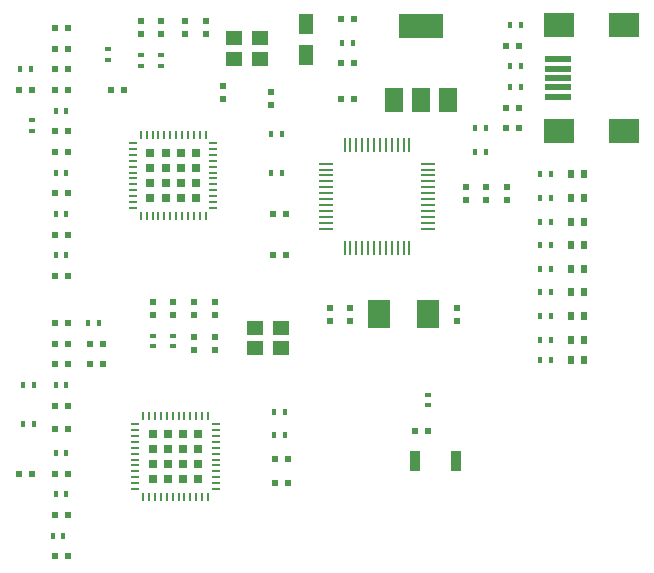
<source format=gtp>
G04 #@! TF.GenerationSoftware,KiCad,Pcbnew,(2017-12-10 revision 6ee26fd)-master*
G04 #@! TF.CreationDate,2018-02-02T05:24:30+01:00*
G04 #@! TF.ProjectId,mmdvm_hs_dual_hat,6D6D64766D5F68735F6475616C5F6861,rev?*
G04 #@! TF.SameCoordinates,Original*
G04 #@! TF.FileFunction,Paste,Top*
G04 #@! TF.FilePolarity,Positive*
%FSLAX46Y46*%
G04 Gerber Fmt 4.6, Leading zero omitted, Abs format (unit mm)*
G04 Created by KiCad (PCBNEW (2017-12-10 revision 6ee26fd)-master) date Friday, 02. February 2018 'u24' 05:24:30*
%MOMM*%
%LPD*%
G01*
G04 APERTURE LIST*
%ADD10R,3.800000X2.000000*%
%ADD11R,1.500000X2.000000*%
%ADD12R,0.600000X0.500000*%
%ADD13R,0.500000X0.600000*%
%ADD14R,1.230000X1.800000*%
%ADD15R,0.400000X0.600000*%
%ADD16R,0.600000X0.400000*%
%ADD17R,0.900000X1.700000*%
%ADD18R,0.700000X0.250000*%
%ADD19R,0.250000X0.700000*%
%ADD20R,0.772500X0.772500*%
%ADD21R,0.250000X1.300000*%
%ADD22R,1.300000X0.250000*%
%ADD23R,1.400000X1.200000*%
%ADD24R,1.900000X2.400000*%
%ADD25R,2.301240X0.500380*%
%ADD26R,2.499360X1.998980*%
%ADD27R,0.600000X0.700000*%
G04 APERTURE END LIST*
D10*
X136000000Y-91350000D03*
D11*
X136000000Y-97650000D03*
X138300000Y-97650000D03*
X133700000Y-97650000D03*
D12*
X103050000Y-96750000D03*
X101950000Y-96750000D03*
X103050000Y-129250000D03*
X101950000Y-129250000D03*
X106050000Y-96750000D03*
X104950000Y-96750000D03*
X104950000Y-120000000D03*
X106050000Y-120000000D03*
X106050000Y-95000000D03*
X104950000Y-95000000D03*
X106050000Y-100250000D03*
X104950000Y-100250000D03*
X106050000Y-102000000D03*
X104950000Y-102000000D03*
X104950000Y-118250000D03*
X106050000Y-118250000D03*
X106050000Y-123500000D03*
X104950000Y-123500000D03*
X106050000Y-125500000D03*
X104950000Y-125500000D03*
X106050000Y-105500000D03*
X104950000Y-105500000D03*
X106050000Y-129250000D03*
X104950000Y-129250000D03*
X106050000Y-93250000D03*
X104950000Y-93250000D03*
X104950000Y-116500000D03*
X106050000Y-116500000D03*
X106050000Y-109000000D03*
X104950000Y-109000000D03*
X106050000Y-132750000D03*
X104950000Y-132750000D03*
X106050000Y-91500000D03*
X104950000Y-91500000D03*
X107950000Y-120000000D03*
X109050000Y-120000000D03*
X106050000Y-112500000D03*
X104950000Y-112500000D03*
X106050000Y-136250000D03*
X104950000Y-136250000D03*
D13*
X112250000Y-92050000D03*
X112250000Y-90950000D03*
X113250000Y-115800000D03*
X113250000Y-114700000D03*
D12*
X110800000Y-96750000D03*
X109700000Y-96750000D03*
X109050000Y-118250000D03*
X107950000Y-118250000D03*
D13*
X114000000Y-92050000D03*
X114000000Y-90950000D03*
X115000000Y-115800000D03*
X115000000Y-114700000D03*
X116000000Y-92050000D03*
X116000000Y-90950000D03*
X116750000Y-118800000D03*
X116750000Y-117700000D03*
X117750000Y-90950000D03*
X117750000Y-92050000D03*
X116750000Y-114700000D03*
X116750000Y-115800000D03*
X123250000Y-96950000D03*
X123250000Y-98050000D03*
X118500000Y-115800000D03*
X118500000Y-114700000D03*
X118500000Y-118800000D03*
X118500000Y-117700000D03*
X119250000Y-96450000D03*
X119250000Y-97550000D03*
D12*
X124550000Y-110750000D03*
X123450000Y-110750000D03*
X124750000Y-130000000D03*
X123650000Y-130000000D03*
X124550000Y-107250000D03*
X123450000Y-107250000D03*
X124750000Y-128000000D03*
X123650000Y-128000000D03*
X129200000Y-97500000D03*
X130300000Y-97500000D03*
D13*
X130000000Y-116300000D03*
X130000000Y-115200000D03*
X139000000Y-116300000D03*
X139000000Y-115200000D03*
D12*
X136550000Y-125600000D03*
X135450000Y-125600000D03*
X130300000Y-90750000D03*
X129200000Y-90750000D03*
D13*
X139750000Y-106050000D03*
X139750000Y-104950000D03*
X141500000Y-106050000D03*
X141500000Y-104950000D03*
D14*
X126250000Y-91190000D03*
X126250000Y-93810000D03*
D13*
X143250000Y-106050000D03*
X143250000Y-104950000D03*
D12*
X129200000Y-94500000D03*
X130300000Y-94500000D03*
D15*
X102050000Y-95000000D03*
X102950000Y-95000000D03*
X102300000Y-125000000D03*
X103200000Y-125000000D03*
D16*
X103000000Y-99300000D03*
X103000000Y-100200000D03*
D15*
X102300000Y-121750000D03*
X103200000Y-121750000D03*
X105050000Y-103750000D03*
X105950000Y-103750000D03*
X105050000Y-127500000D03*
X105950000Y-127500000D03*
X105050000Y-98500000D03*
X105950000Y-98500000D03*
X105950000Y-121750000D03*
X105050000Y-121750000D03*
X130200000Y-92750000D03*
X129300000Y-92750000D03*
X140550000Y-102000000D03*
X141450000Y-102000000D03*
X105950000Y-107250000D03*
X105050000Y-107250000D03*
X105950000Y-131000000D03*
X105050000Y-131000000D03*
X105950000Y-110750000D03*
X105050000Y-110750000D03*
X105700000Y-134500000D03*
X104800000Y-134500000D03*
D16*
X109500000Y-94200000D03*
X109500000Y-93300000D03*
D15*
X107800000Y-116500000D03*
X108700000Y-116500000D03*
D16*
X112250000Y-94700000D03*
X112250000Y-93800000D03*
X113250000Y-118450000D03*
X113250000Y-117550000D03*
X114000000Y-94700000D03*
X114000000Y-93800000D03*
X115000000Y-118450000D03*
X115000000Y-117550000D03*
D15*
X124200000Y-100500000D03*
X123300000Y-100500000D03*
X124200000Y-103750000D03*
X123300000Y-103750000D03*
X124450000Y-124000000D03*
X123550000Y-124000000D03*
X124450000Y-126000000D03*
X123550000Y-126000000D03*
D16*
X136600000Y-123450000D03*
X136600000Y-122550000D03*
D15*
X146950000Y-103900000D03*
X146050000Y-103900000D03*
X146950000Y-107900000D03*
X146050000Y-107900000D03*
X146950000Y-109900000D03*
X146050000Y-109900000D03*
X146950000Y-111900000D03*
X146050000Y-111900000D03*
X146950000Y-113900000D03*
X146050000Y-113900000D03*
X146950000Y-115900000D03*
X146050000Y-115900000D03*
X146050000Y-105900000D03*
X146950000Y-105900000D03*
D17*
X138900000Y-128200000D03*
X135500000Y-128200000D03*
D18*
X111600000Y-101250000D03*
X111600000Y-101750000D03*
X111600000Y-102250000D03*
X111600000Y-102750000D03*
X111600000Y-103250000D03*
X111600000Y-103750000D03*
X111600000Y-104250000D03*
X111600000Y-104750000D03*
X111600000Y-105250000D03*
X111600000Y-105750000D03*
X111600000Y-106250000D03*
X111600000Y-106750000D03*
D19*
X112250000Y-107400000D03*
X112750000Y-107400000D03*
X113250000Y-107400000D03*
X113750000Y-107400000D03*
X114250000Y-107400000D03*
X114750000Y-107400000D03*
X115250000Y-107400000D03*
X115750000Y-107400000D03*
X116250000Y-107400000D03*
X116750000Y-107400000D03*
X117250000Y-107400000D03*
X117750000Y-107400000D03*
D18*
X118400000Y-106750000D03*
X118400000Y-106250000D03*
X118400000Y-105750000D03*
X118400000Y-105250000D03*
X118400000Y-104750000D03*
X118400000Y-104250000D03*
X118400000Y-103750000D03*
X118400000Y-103250000D03*
X118400000Y-102750000D03*
X118400000Y-102250000D03*
X118400000Y-101750000D03*
X118400000Y-101250000D03*
D19*
X117750000Y-100600000D03*
X117250000Y-100600000D03*
X116750000Y-100600000D03*
X116250000Y-100600000D03*
X115750000Y-100600000D03*
X115250000Y-100600000D03*
X114750000Y-100600000D03*
X114250000Y-100600000D03*
X113750000Y-100600000D03*
X113250000Y-100600000D03*
X112750000Y-100600000D03*
X112250000Y-100600000D03*
D20*
X116931250Y-105931250D03*
X116931250Y-104643750D03*
X116931250Y-103356250D03*
X116931250Y-102068750D03*
X115643750Y-105931250D03*
X115643750Y-104643750D03*
X115643750Y-103356250D03*
X115643750Y-102068750D03*
X114356250Y-105931250D03*
X114356250Y-104643750D03*
X114356250Y-103356250D03*
X114356250Y-102068750D03*
X113068750Y-105931250D03*
X113068750Y-104643750D03*
X113068750Y-103356250D03*
X113068750Y-102068750D03*
D18*
X111800000Y-125050000D03*
X111800000Y-125550000D03*
X111800000Y-126050000D03*
X111800000Y-126550000D03*
X111800000Y-127050000D03*
X111800000Y-127550000D03*
X111800000Y-128050000D03*
X111800000Y-128550000D03*
X111800000Y-129050000D03*
X111800000Y-129550000D03*
X111800000Y-130050000D03*
X111800000Y-130550000D03*
D19*
X112450000Y-131200000D03*
X112950000Y-131200000D03*
X113450000Y-131200000D03*
X113950000Y-131200000D03*
X114450000Y-131200000D03*
X114950000Y-131200000D03*
X115450000Y-131200000D03*
X115950000Y-131200000D03*
X116450000Y-131200000D03*
X116950000Y-131200000D03*
X117450000Y-131200000D03*
X117950000Y-131200000D03*
D18*
X118600000Y-130550000D03*
X118600000Y-130050000D03*
X118600000Y-129550000D03*
X118600000Y-129050000D03*
X118600000Y-128550000D03*
X118600000Y-128050000D03*
X118600000Y-127550000D03*
X118600000Y-127050000D03*
X118600000Y-126550000D03*
X118600000Y-126050000D03*
X118600000Y-125550000D03*
X118600000Y-125050000D03*
D19*
X117950000Y-124400000D03*
X117450000Y-124400000D03*
X116950000Y-124400000D03*
X116450000Y-124400000D03*
X115950000Y-124400000D03*
X115450000Y-124400000D03*
X114950000Y-124400000D03*
X114450000Y-124400000D03*
X113950000Y-124400000D03*
X113450000Y-124400000D03*
X112950000Y-124400000D03*
X112450000Y-124400000D03*
D20*
X117131250Y-129731250D03*
X117131250Y-128443750D03*
X117131250Y-127156250D03*
X117131250Y-125868750D03*
X115843750Y-129731250D03*
X115843750Y-128443750D03*
X115843750Y-127156250D03*
X115843750Y-125868750D03*
X114556250Y-129731250D03*
X114556250Y-128443750D03*
X114556250Y-127156250D03*
X114556250Y-125868750D03*
X113268750Y-129731250D03*
X113268750Y-128443750D03*
X113268750Y-127156250D03*
X113268750Y-125868750D03*
D21*
X129500000Y-110100000D03*
X130000000Y-110100000D03*
X130500000Y-110100000D03*
X131000000Y-110100000D03*
X131500000Y-110100000D03*
X132000000Y-110100000D03*
X132500000Y-110100000D03*
X133000000Y-110100000D03*
X133500000Y-110100000D03*
X134000000Y-110100000D03*
X134500000Y-110100000D03*
X135000000Y-110100000D03*
D22*
X136600000Y-108500000D03*
X136600000Y-108000000D03*
X136600000Y-107500000D03*
X136600000Y-107000000D03*
X136600000Y-106500000D03*
X136600000Y-106000000D03*
X136600000Y-105500000D03*
X136600000Y-105000000D03*
X136600000Y-104500000D03*
X136600000Y-104000000D03*
X136600000Y-103500000D03*
X136600000Y-103000000D03*
D21*
X135000000Y-101400000D03*
X134500000Y-101400000D03*
X134000000Y-101400000D03*
X133500000Y-101400000D03*
X133000000Y-101400000D03*
X132500000Y-101400000D03*
X132000000Y-101400000D03*
X131500000Y-101400000D03*
X131000000Y-101400000D03*
X130500000Y-101400000D03*
X130000000Y-101400000D03*
X129500000Y-101400000D03*
D22*
X127900000Y-103000000D03*
X127900000Y-103500000D03*
X127900000Y-104000000D03*
X127900000Y-104500000D03*
X127900000Y-105000000D03*
X127900000Y-105500000D03*
X127900000Y-106000000D03*
X127900000Y-106500000D03*
X127900000Y-107000000D03*
X127900000Y-107500000D03*
X127900000Y-108000000D03*
X127900000Y-108500000D03*
D23*
X122350000Y-92400000D03*
X120150000Y-92400000D03*
X120150000Y-94100000D03*
X122350000Y-94100000D03*
D24*
X132450000Y-115750000D03*
X136550000Y-115750000D03*
D12*
X144300000Y-98250000D03*
X143200000Y-98250000D03*
X143200000Y-93000000D03*
X144300000Y-93000000D03*
X144300000Y-100000000D03*
X143200000Y-100000000D03*
D15*
X140550000Y-100000000D03*
X141450000Y-100000000D03*
D25*
X147550680Y-97350200D03*
X147550680Y-96550100D03*
X147550680Y-95750000D03*
X147550680Y-94949900D03*
X147550680Y-94149800D03*
D26*
X147649740Y-100200080D03*
X153148840Y-100200080D03*
X147649740Y-91299920D03*
X153148840Y-91299920D03*
D15*
X144450000Y-96500000D03*
X143550000Y-96500000D03*
X144450000Y-94750000D03*
X143550000Y-94750000D03*
X143550000Y-91250000D03*
X144450000Y-91250000D03*
X146950000Y-117900000D03*
X146050000Y-117900000D03*
D13*
X128250000Y-115200000D03*
X128250000Y-116300000D03*
D23*
X124100000Y-118600000D03*
X121900000Y-118600000D03*
X121900000Y-116900000D03*
X124100000Y-116900000D03*
D27*
X149800000Y-107900000D03*
X148700000Y-107900000D03*
X148700000Y-113900000D03*
X149800000Y-113900000D03*
X149800000Y-111900000D03*
X148700000Y-111900000D03*
X149800000Y-117900000D03*
X148700000Y-117900000D03*
X148700000Y-109900000D03*
X149800000Y-109900000D03*
X148700000Y-103900000D03*
X149800000Y-103900000D03*
X148700000Y-105900000D03*
X149800000Y-105900000D03*
X149800000Y-115900000D03*
X148700000Y-115900000D03*
X149800000Y-119650000D03*
X148700000Y-119650000D03*
D15*
X146050000Y-119650000D03*
X146950000Y-119650000D03*
M02*

</source>
